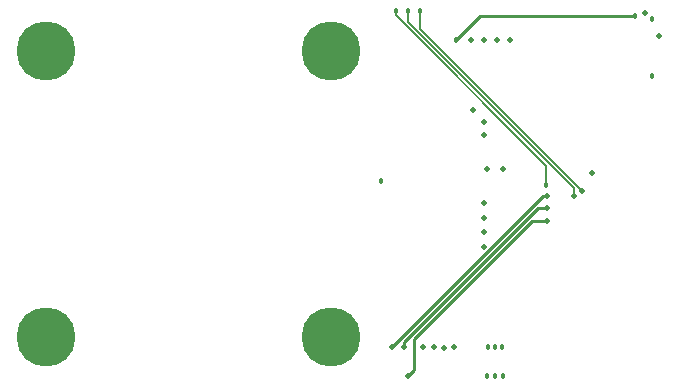
<source format=gbr>
%TF.GenerationSoftware,KiCad,Pcbnew,5.1.10-88a1d61d58~88~ubuntu20.04.1*%
%TF.CreationDate,2021-07-13T00:32:11+05:30*%
%TF.ProjectId,kimchi-epaper-lid,6b696d63-6869-42d6-9570-617065722d6c,v0.1*%
%TF.SameCoordinates,Original*%
%TF.FileFunction,Copper,L1,Top*%
%TF.FilePolarity,Positive*%
%FSLAX46Y46*%
G04 Gerber Fmt 4.6, Leading zero omitted, Abs format (unit mm)*
G04 Created by KiCad (PCBNEW 5.1.10-88a1d61d58~88~ubuntu20.04.1) date 2021-07-13 00:32:11*
%MOMM*%
%LPD*%
G01*
G04 APERTURE LIST*
%TA.AperFunction,ComponentPad*%
%ADD10C,5.000000*%
%TD*%
%TA.AperFunction,ViaPad*%
%ADD11C,0.500000*%
%TD*%
%TA.AperFunction,ViaPad*%
%ADD12C,0.457200*%
%TD*%
%TA.AperFunction,Conductor*%
%ADD13C,0.254000*%
%TD*%
%TA.AperFunction,Conductor*%
%ADD14C,0.200000*%
%TD*%
G04 APERTURE END LIST*
D10*
X142600000Y-122100000D03*
X142600000Y-97900000D03*
X118450000Y-122100000D03*
X118450000Y-97900000D03*
D11*
X154492920Y-96985580D03*
X155585120Y-96995740D03*
X156677320Y-97000820D03*
X169179200Y-94656400D03*
X170380620Y-96617280D03*
X157769520Y-96998280D03*
X150423840Y-122987560D03*
X151302680Y-122992640D03*
X152181520Y-123007880D03*
X153060360Y-123000260D03*
X155557180Y-105014520D03*
X155554640Y-103884220D03*
X155790860Y-107894880D03*
X157187860Y-107892340D03*
X155562260Y-110790480D03*
X155562260Y-112015606D03*
X155562260Y-113240732D03*
X155562260Y-114465860D03*
D12*
X155887380Y-123002800D03*
X157109120Y-122992640D03*
X157129440Y-125423420D03*
X155821340Y-125390400D03*
X156498250Y-122982480D03*
X169750000Y-95200000D03*
X169750000Y-100050000D03*
X156475390Y-125406910D03*
D11*
X164729120Y-108212380D03*
X154614840Y-102860600D03*
D12*
X146830000Y-108940000D03*
X153164500Y-96995740D03*
X168335920Y-94918020D03*
X148079420Y-94549720D03*
X160797200Y-109220760D03*
X149100500Y-94549720D03*
D11*
X163169560Y-110221520D03*
D12*
X150169840Y-94549720D03*
D11*
X163857900Y-109718600D03*
X160860000Y-111220000D03*
X148773284Y-122993746D03*
X160865780Y-112276000D03*
X149097960Y-125398020D03*
X160865780Y-110216820D03*
X147772080Y-122992640D03*
D13*
X168325760Y-94928180D02*
X168335920Y-94918020D01*
X155242220Y-94918020D02*
X153164500Y-96995740D01*
X168335920Y-94918020D02*
X155242220Y-94918020D01*
D14*
X160797200Y-107597700D02*
X160797200Y-109220760D01*
X148079420Y-94879920D02*
X160797200Y-107597700D01*
X148079420Y-94549720D02*
X148079420Y-94879920D01*
X163169560Y-109507598D02*
X163169560Y-110221520D01*
X149100500Y-94549720D02*
X149100500Y-95438538D01*
X149100500Y-95438538D02*
X163169560Y-109507598D01*
X150169840Y-96030540D02*
X163857900Y-109718600D01*
X150169840Y-94549720D02*
X150169840Y-96030540D01*
D13*
X148773284Y-122560396D02*
X148773284Y-122993746D01*
X160113680Y-111220000D02*
X148773284Y-122560396D01*
X160860000Y-111220000D02*
X160113680Y-111220000D01*
X149621200Y-124874780D02*
X149097960Y-125398020D01*
X149621200Y-122251308D02*
X149621200Y-124874780D01*
X159596508Y-112276000D02*
X149621200Y-122251308D01*
X160865780Y-112276000D02*
X159596508Y-112276000D01*
X160547900Y-110216820D02*
X147772080Y-122992640D01*
X160865780Y-110216820D02*
X160547900Y-110216820D01*
M02*

</source>
